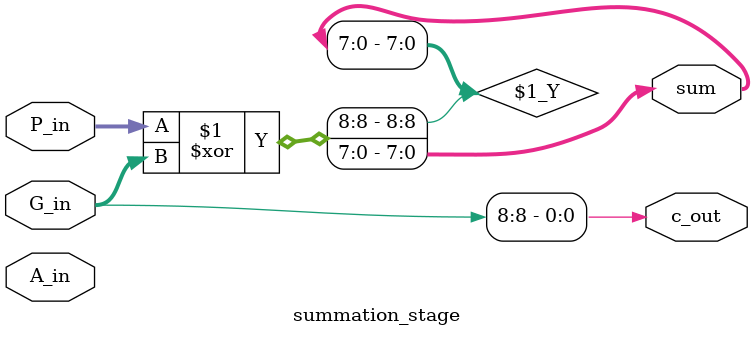
<source format=v>

module koggie_stone_adder #(
	parameter WIDTH=8
) (
	input [WIDTH-1:0] 	A,
	input [WIDTH-1:0] 	B,
	input 				c_in,

	output [WIDTH-1:0] 	sum,
	output				c_out
);

//--- Preparation ----------
wire [WIDTH:0]   G_prep;
wire [WIDTH-1:0] A_prep;
wire [WIDTH-1:0] P_prep;

preparation_stage #(
	.WIDTH	(WIDTH)
) preparation (
	.X		(A),
	.Y		(B),
	.c_in	(c_in),

	.G		(G_prep),
	.A		(A_prep),
	.P		(P_prep)
);

//--- Tree ------------
localparam number_of_layers = $clog2(WIDTH+1);

wire [(WIDTH + 1) * (number_of_layers + 1) - 1 :0] G_tree;
wire [WIDTH * (number_of_layers + 1) - 1 : 0] A_tree;

assign G_tree[WIDTH : 0] = G_prep;
assign A_tree[WIDTH-1:0] = A_prep;

genvar i;
generate
	for(i=0; i<number_of_layers; i=i+1) begin
		tree_stage_layer #(
			.WIDTH	(WIDTH), 
			.layer_number(i)
		) tree (
			.G_in	(G_tree[i*(WIDTH+1) +: WIDTH+1]),
			.A_in	(A_tree[i*WIDTH +: WIDTH]),

			.G_out	(G_tree[(i+1)*(WIDTH+1) +: WIDTH+1]),
			.A_out	(A_tree[(i+1)*WIDTH +: WIDTH])
		);
	end
endgenerate

//--- Summation Stage
summation_stage #(
	.WIDTH (WIDTH)
) summation (
	.G_in	(G_tree[(WIDTH + 1) * (number_of_layers + 1)-1 -: WIDTH+1]),
	.A_in	(A_tree[(WIDTH) * (number_of_layers + 1)-1 -: WIDTH]),
	.P_in	(P_prep),
	
	.sum	(sum),
	.c_out	(c_out)
);


endmodule

//--- Preparation Stage -------------------------------
module preparation_stage #(
	parameter WIDTH = 8
) (
	input  [WIDTH-1 : 0] X,
	input  [WIDTH-1 : 0] Y,
	input  				 c_in,

	output [WIDTH   : 0] G,
	output [WIDTH-1 : 0] A,
	output [WIDTH-1 : 0] P
);

genvar i;
generate
	for(i=0; i<WIDTH; i=i+1) begin :preparation_units
		preparation_unit PU (
			.x(X[i]),
			.y(Y[i]),

			.g(G[i+1]),
			.a(A[i]),
			.p(P[i])
		);
	end
endgenerate

assign G[0] = c_in;

endmodule

//-- Preparation Unit (Used in Preparation Stage)
module preparation_unit (
	input x,
	input y,

	output g,
	output a,
	output p
);

assign p = x ^ y;
assign a = x | y;
assign g = x & y;

endmodule

//--- TREE STAGE ---------------------------------------------------
//----- A layer of Tree Stage
//         - Must be stacked (@top module)
module tree_stage_layer #(
	parameter WIDTH = 8,
	parameter layer_number = 0
) (
	input [WIDTH   : 0] G_in,
	input [WIDTH-1 : 0] A_in,

	output [WIDTH  : 0] G_out,
	output [WIDTH-1 : 0] A_out
);

assign G_out[0 +: 2**layer_number] = G_in[0 +: 2**layer_number];

//--- Blacks -------------
genvar i;
generate
	for(i=0; i<2**layer_number; i=i+1) begin : blacks
		if(2**layer_number + i <= WIDTH) begin
			black b (
				.g_0(G_in[i]),
				.a_1(A_in[(2**layer_number-1) + i]),
				.g_1(G_in[2**layer_number + i]),

				.g_o(G_out[2**layer_number + i])
			);
		end
	end
endgenerate

//--- Whites ------------------
generate
	for(i=0; i<WIDTH+1 - (2**layer_number * 2); i=i+1) begin : whites
		white w (
			.a_0(A_in[2**layer_number - 1 + i]),
			.a_1(A_in[(2**layer_number * 2) - 1 + i]),
			.g_0(G_in[2**layer_number + i]),
			.g_1(G_in[(2**layer_number * 2) + i]),

			.a_o(A_out[(2**layer_number * 2) - 1 + i]),
			.g_o(G_out[(2**layer_number * 2) + i])
		);
	end
endgenerate

endmodule

//-- Black Function (Used in TREE Stage)
module black (
	input g_0,
	input a_1,
	input g_1,

	output g_o
);

assign g_o = (a_1 & g_0) | g_1;

endmodule

//-- White Function (Used in TREE Stage)
module white (
	input a_0,
	input a_1,
	input g_0,
	input g_1,

	output a_o,
	output g_o
);

assign a_o = a_0 & a_1;
assign g_o = g_1 | (a_1 & g_0);

endmodule

//--- Summation Stage ----------------------------------------------
module summation_stage #(
	parameter WIDTH=8
) (
	input [WIDTH   : 0] G_in,
	input [WIDTH-1 : 0] A_in,
	input [WIDTH-1 : 0] P_in,

	output [WIDTH-1 : 0] sum,
	output 				 c_out
);

//--- Produces Sum (SUM = G ^ P)
assign sum = P_in ^ G_in;

//--- Produces Carry Out (c_out = black(G_i, A_i, G_0))
assign c_out = G_in[WIDTH];

endmodule
</source>
